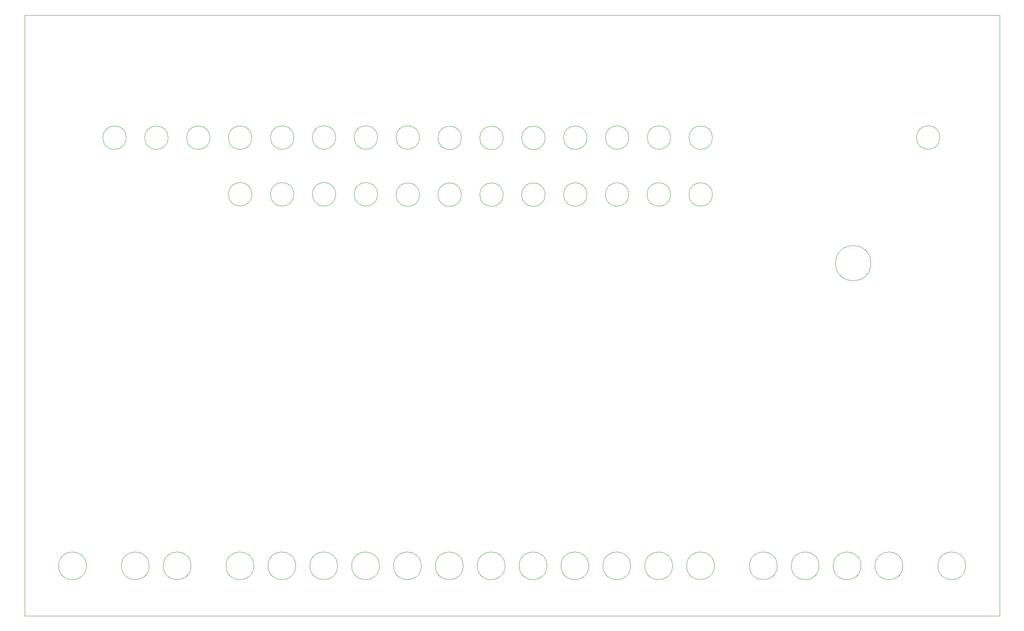
<source format=gbr>
%TF.GenerationSoftware,KiCad,Pcbnew,7.0.9*%
%TF.CreationDate,2023-12-04T17:55:51-06:00*%
%TF.ProjectId,sbc6120-rbc-front-dress-panel,73626336-3132-4302-9d72-62632d66726f,rev?*%
%TF.SameCoordinates,Original*%
%TF.FileFunction,Profile,NP*%
%FSLAX46Y46*%
G04 Gerber Fmt 4.6, Leading zero omitted, Abs format (unit mm)*
G04 Created by KiCad (PCBNEW 7.0.9) date 2023-12-04 17:55:51*
%MOMM*%
%LPD*%
G01*
G04 APERTURE LIST*
%TA.AperFunction,Profile*%
%ADD10C,0.100000*%
%TD*%
G04 APERTURE END LIST*
D10*
X59465000Y-143700000D02*
G75*
G03*
X59465000Y-143700000I-2950000J0D01*
G01*
X156885000Y-64810000D02*
G75*
G03*
X156885000Y-64810000I-2500000J0D01*
G01*
X130215000Y-52665000D02*
G75*
G03*
X130215000Y-52665000I-2500000J0D01*
G01*
X226040000Y-79375000D02*
G75*
G03*
X226040000Y-79375000I-3750000J0D01*
G01*
X112435000Y-52665000D02*
G75*
G03*
X112435000Y-52665000I-2500000J0D01*
G01*
X174665000Y-52665000D02*
G75*
G03*
X174665000Y-52665000I-2500000J0D01*
G01*
X183925000Y-143700000D02*
G75*
G03*
X183925000Y-143700000I-2950000J0D01*
G01*
X72800000Y-143700000D02*
G75*
G03*
X72800000Y-143700000I-2950000J0D01*
G01*
X215040000Y-143700000D02*
G75*
G03*
X215040000Y-143700000I-2950000J0D01*
G01*
X148365000Y-143700000D02*
G75*
G03*
X148365000Y-143700000I-2950000J0D01*
G01*
X121325000Y-52665000D02*
G75*
G03*
X121325000Y-52665000I-2500000J0D01*
G01*
X232820000Y-143700000D02*
G75*
G03*
X232820000Y-143700000I-2950000J0D01*
G01*
X121325000Y-64730000D02*
G75*
G03*
X121325000Y-64730000I-2500000J0D01*
G01*
X147995000Y-64810000D02*
G75*
G03*
X147995000Y-64810000I-2500000J0D01*
G01*
X157255000Y-143700000D02*
G75*
G03*
X157255000Y-143700000I-2950000J0D01*
G01*
X85725000Y-52705000D02*
G75*
G03*
X85725000Y-52705000I-2500000J0D01*
G01*
X130585000Y-143700000D02*
G75*
G03*
X130585000Y-143700000I-2950000J0D01*
G01*
X139105000Y-52745000D02*
G75*
G03*
X139105000Y-52745000I-2500000J0D01*
G01*
X103545000Y-52665000D02*
G75*
G03*
X103545000Y-52665000I-2500000J0D01*
G01*
X139105000Y-64810000D02*
G75*
G03*
X139105000Y-64810000I-2500000J0D01*
G01*
X223930000Y-143700000D02*
G75*
G03*
X223930000Y-143700000I-2950000J0D01*
G01*
X192815000Y-143700000D02*
G75*
G03*
X192815000Y-143700000I-2950000J0D01*
G01*
X130215000Y-64810000D02*
G75*
G03*
X130215000Y-64810000I-2500000J0D01*
G01*
X76835000Y-52705000D02*
G75*
G03*
X76835000Y-52705000I-2500000J0D01*
G01*
X192405000Y-52705000D02*
G75*
G03*
X192405000Y-52705000I-2500000J0D01*
G01*
X166145000Y-143700000D02*
G75*
G03*
X166145000Y-143700000I-2950000J0D01*
G01*
X183515000Y-64770000D02*
G75*
G03*
X183515000Y-64770000I-2500000J0D01*
G01*
X174665000Y-64770000D02*
G75*
G03*
X174665000Y-64770000I-2500000J0D01*
G01*
X112805000Y-143700000D02*
G75*
G03*
X112805000Y-143700000I-2950000J0D01*
G01*
X103915000Y-143700000D02*
G75*
G03*
X103915000Y-143700000I-2950000J0D01*
G01*
X165775000Y-52705000D02*
G75*
G03*
X165775000Y-52705000I-2500000J0D01*
G01*
X112435000Y-64730000D02*
G75*
G03*
X112435000Y-64730000I-2500000J0D01*
G01*
X175035000Y-143700000D02*
G75*
G03*
X175035000Y-143700000I-2950000J0D01*
G01*
X206150000Y-143700000D02*
G75*
G03*
X206150000Y-143700000I-2950000J0D01*
G01*
X147995000Y-52745000D02*
G75*
G03*
X147995000Y-52745000I-2500000J0D01*
G01*
X246155000Y-143700000D02*
G75*
G03*
X246155000Y-143700000I-2950000J0D01*
G01*
X240705000Y-52665000D02*
G75*
G03*
X240705000Y-52665000I-2500000J0D01*
G01*
X139475000Y-143700000D02*
G75*
G03*
X139475000Y-143700000I-2950000J0D01*
G01*
X103545000Y-64730000D02*
G75*
G03*
X103545000Y-64730000I-2500000J0D01*
G01*
X156885000Y-52745000D02*
G75*
G03*
X156885000Y-52745000I-2500000J0D01*
G01*
X46355000Y-26670000D02*
X253365000Y-26670000D01*
X253365000Y-154305000D01*
X46355000Y-154305000D01*
X46355000Y-26670000D01*
X183555000Y-52665000D02*
G75*
G03*
X183555000Y-52665000I-2500000J0D01*
G01*
X121695000Y-143700000D02*
G75*
G03*
X121695000Y-143700000I-2950000J0D01*
G01*
X94615000Y-52705000D02*
G75*
G03*
X94615000Y-52705000I-2500000J0D01*
G01*
X81690000Y-143700000D02*
G75*
G03*
X81690000Y-143700000I-2950000J0D01*
G01*
X165775000Y-64770000D02*
G75*
G03*
X165775000Y-64770000I-2500000J0D01*
G01*
X94615000Y-64730000D02*
G75*
G03*
X94615000Y-64730000I-2500000J0D01*
G01*
X192405000Y-64770000D02*
G75*
G03*
X192405000Y-64770000I-2500000J0D01*
G01*
X95025000Y-143700000D02*
G75*
G03*
X95025000Y-143700000I-2950000J0D01*
G01*
X67945000Y-52705000D02*
G75*
G03*
X67945000Y-52705000I-2500000J0D01*
G01*
M02*

</source>
